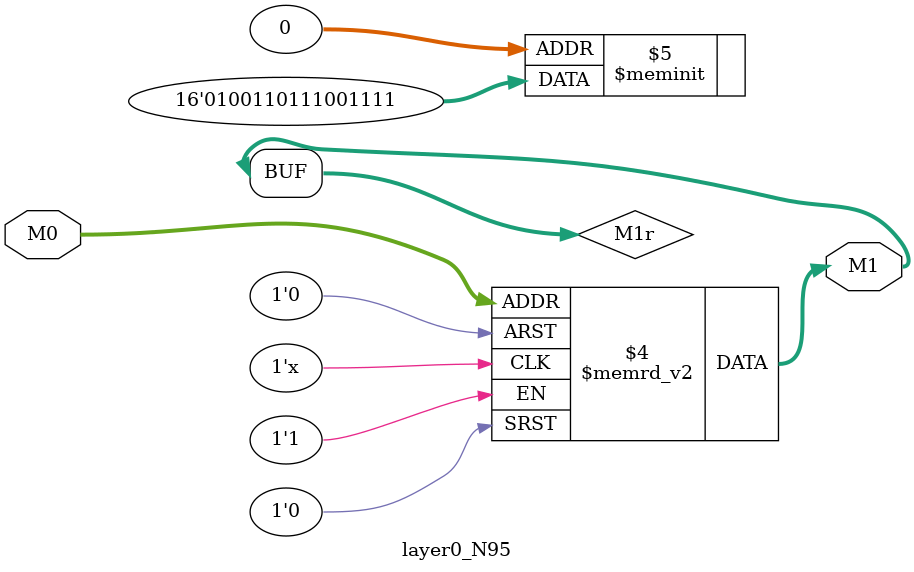
<source format=v>
module layer0_N95 ( input [2:0] M0, output [1:0] M1 );

	(*rom_style = "distributed" *) reg [1:0] M1r;
	assign M1 = M1r;
	always @ (M0) begin
		case (M0)
			3'b000: M1r = 2'b11;
			3'b100: M1r = 2'b01;
			3'b010: M1r = 2'b00;
			3'b110: M1r = 2'b00;
			3'b001: M1r = 2'b11;
			3'b101: M1r = 2'b11;
			3'b011: M1r = 2'b11;
			3'b111: M1r = 2'b01;

		endcase
	end
endmodule

</source>
